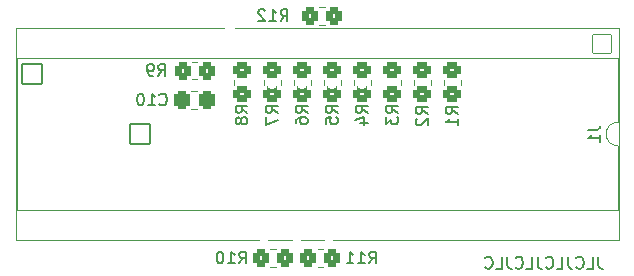
<source format=gbo>
G04 #@! TF.GenerationSoftware,KiCad,Pcbnew,6.0.10-86aedd382b~118~ubuntu18.04.1*
G04 #@! TF.CreationDate,2024-01-19T12:14:24+00:00*
G04 #@! TF.ProjectId,ReTuLaReMake,52655475-4c61-4526-954d-616b652e6b69,rev?*
G04 #@! TF.SameCoordinates,Original*
G04 #@! TF.FileFunction,Legend,Bot*
G04 #@! TF.FilePolarity,Positive*
%FSLAX46Y46*%
G04 Gerber Fmt 4.6, Leading zero omitted, Abs format (unit mm)*
G04 Created by KiCad (PCBNEW 6.0.10-86aedd382b~118~ubuntu18.04.1) date 2024-01-19 12:14:24*
%MOMM*%
%LPD*%
G01*
G04 APERTURE LIST*
G04 Aperture macros list*
%AMRoundRect*
0 Rectangle with rounded corners*
0 $1 Rounding radius*
0 $2 $3 $4 $5 $6 $7 $8 $9 X,Y pos of 4 corners*
0 Add a 4 corners polygon primitive as box body*
4,1,4,$2,$3,$4,$5,$6,$7,$8,$9,$2,$3,0*
0 Add four circle primitives for the rounded corners*
1,1,$1+$1,$2,$3*
1,1,$1+$1,$4,$5*
1,1,$1+$1,$6,$7*
1,1,$1+$1,$8,$9*
0 Add four rect primitives between the rounded corners*
20,1,$1+$1,$2,$3,$4,$5,0*
20,1,$1+$1,$4,$5,$6,$7,0*
20,1,$1+$1,$6,$7,$8,$9,0*
20,1,$1+$1,$8,$9,$2,$3,0*%
G04 Aperture macros list end*
%ADD10C,0.150000*%
%ADD11C,0.120000*%
%ADD12RoundRect,0.050000X-0.850000X-0.850000X0.850000X-0.850000X0.850000X0.850000X-0.850000X0.850000X0*%
%ADD13O,1.800000X1.800000*%
%ADD14RoundRect,0.300000X0.350000X0.450000X-0.350000X0.450000X-0.350000X-0.450000X0.350000X-0.450000X0*%
%ADD15RoundRect,0.300000X0.450000X-0.350000X0.450000X0.350000X-0.450000X0.350000X-0.450000X-0.350000X0*%
%ADD16RoundRect,0.300000X-0.337500X-0.475000X0.337500X-0.475000X0.337500X0.475000X-0.337500X0.475000X0*%
%ADD17RoundRect,0.300000X-0.350000X-0.450000X0.350000X-0.450000X0.350000X0.450000X-0.350000X0.450000X0*%
%ADD18RoundRect,0.050000X0.800000X-0.800000X0.800000X0.800000X-0.800000X0.800000X-0.800000X-0.800000X0*%
%ADD19O,1.700000X1.700000*%
%ADD20C,0.900000*%
G04 APERTURE END LIST*
D10*
X150799047Y-129772380D02*
X150799047Y-130486666D01*
X150846666Y-130629523D01*
X150941904Y-130724761D01*
X151084761Y-130772380D01*
X151180000Y-130772380D01*
X149846666Y-130772380D02*
X150322857Y-130772380D01*
X150322857Y-129772380D01*
X148941904Y-130677142D02*
X148989523Y-130724761D01*
X149132380Y-130772380D01*
X149227619Y-130772380D01*
X149370476Y-130724761D01*
X149465714Y-130629523D01*
X149513333Y-130534285D01*
X149560952Y-130343809D01*
X149560952Y-130200952D01*
X149513333Y-130010476D01*
X149465714Y-129915238D01*
X149370476Y-129820000D01*
X149227619Y-129772380D01*
X149132380Y-129772380D01*
X148989523Y-129820000D01*
X148941904Y-129867619D01*
X148227619Y-129772380D02*
X148227619Y-130486666D01*
X148275238Y-130629523D01*
X148370476Y-130724761D01*
X148513333Y-130772380D01*
X148608571Y-130772380D01*
X147275238Y-130772380D02*
X147751428Y-130772380D01*
X147751428Y-129772380D01*
X146370476Y-130677142D02*
X146418095Y-130724761D01*
X146560952Y-130772380D01*
X146656190Y-130772380D01*
X146799047Y-130724761D01*
X146894285Y-130629523D01*
X146941904Y-130534285D01*
X146989523Y-130343809D01*
X146989523Y-130200952D01*
X146941904Y-130010476D01*
X146894285Y-129915238D01*
X146799047Y-129820000D01*
X146656190Y-129772380D01*
X146560952Y-129772380D01*
X146418095Y-129820000D01*
X146370476Y-129867619D01*
X145656190Y-129772380D02*
X145656190Y-130486666D01*
X145703809Y-130629523D01*
X145799047Y-130724761D01*
X145941904Y-130772380D01*
X146037142Y-130772380D01*
X144703809Y-130772380D02*
X145180000Y-130772380D01*
X145180000Y-129772380D01*
X143799047Y-130677142D02*
X143846666Y-130724761D01*
X143989523Y-130772380D01*
X144084761Y-130772380D01*
X144227619Y-130724761D01*
X144322857Y-130629523D01*
X144370476Y-130534285D01*
X144418095Y-130343809D01*
X144418095Y-130200952D01*
X144370476Y-130010476D01*
X144322857Y-129915238D01*
X144227619Y-129820000D01*
X144084761Y-129772380D01*
X143989523Y-129772380D01*
X143846666Y-129820000D01*
X143799047Y-129867619D01*
X143084761Y-129772380D02*
X143084761Y-130486666D01*
X143132380Y-130629523D01*
X143227619Y-130724761D01*
X143370476Y-130772380D01*
X143465714Y-130772380D01*
X142132380Y-130772380D02*
X142608571Y-130772380D01*
X142608571Y-129772380D01*
X141227619Y-130677142D02*
X141275238Y-130724761D01*
X141418095Y-130772380D01*
X141513333Y-130772380D01*
X141656190Y-130724761D01*
X141751428Y-130629523D01*
X141799047Y-130534285D01*
X141846666Y-130343809D01*
X141846666Y-130200952D01*
X141799047Y-130010476D01*
X141751428Y-129915238D01*
X141656190Y-129820000D01*
X141513333Y-129772380D01*
X141418095Y-129772380D01*
X141275238Y-129820000D01*
X141227619Y-129867619D01*
X131392857Y-130332380D02*
X131726190Y-129856190D01*
X131964285Y-130332380D02*
X131964285Y-129332380D01*
X131583333Y-129332380D01*
X131488095Y-129380000D01*
X131440476Y-129427619D01*
X131392857Y-129522857D01*
X131392857Y-129665714D01*
X131440476Y-129760952D01*
X131488095Y-129808571D01*
X131583333Y-129856190D01*
X131964285Y-129856190D01*
X130440476Y-130332380D02*
X131011904Y-130332380D01*
X130726190Y-130332380D02*
X130726190Y-129332380D01*
X130821428Y-129475238D01*
X130916666Y-129570476D01*
X131011904Y-129618095D01*
X129488095Y-130332380D02*
X130059523Y-130332380D01*
X129773809Y-130332380D02*
X129773809Y-129332380D01*
X129869047Y-129475238D01*
X129964285Y-129570476D01*
X130059523Y-129618095D01*
X126182380Y-117593333D02*
X125706190Y-117260000D01*
X126182380Y-117021904D02*
X125182380Y-117021904D01*
X125182380Y-117402857D01*
X125230000Y-117498095D01*
X125277619Y-117545714D01*
X125372857Y-117593333D01*
X125515714Y-117593333D01*
X125610952Y-117545714D01*
X125658571Y-117498095D01*
X125706190Y-117402857D01*
X125706190Y-117021904D01*
X125182380Y-118450476D02*
X125182380Y-118260000D01*
X125230000Y-118164761D01*
X125277619Y-118117142D01*
X125420476Y-118021904D01*
X125610952Y-117974285D01*
X125991904Y-117974285D01*
X126087142Y-118021904D01*
X126134761Y-118069523D01*
X126182380Y-118164761D01*
X126182380Y-118355238D01*
X126134761Y-118450476D01*
X126087142Y-118498095D01*
X125991904Y-118545714D01*
X125753809Y-118545714D01*
X125658571Y-118498095D01*
X125610952Y-118450476D01*
X125563333Y-118355238D01*
X125563333Y-118164761D01*
X125610952Y-118069523D01*
X125658571Y-118021904D01*
X125753809Y-117974285D01*
X133832380Y-117593333D02*
X133356190Y-117260000D01*
X133832380Y-117021904D02*
X132832380Y-117021904D01*
X132832380Y-117402857D01*
X132880000Y-117498095D01*
X132927619Y-117545714D01*
X133022857Y-117593333D01*
X133165714Y-117593333D01*
X133260952Y-117545714D01*
X133308571Y-117498095D01*
X133356190Y-117402857D01*
X133356190Y-117021904D01*
X132832380Y-117926666D02*
X132832380Y-118545714D01*
X133213333Y-118212380D01*
X133213333Y-118355238D01*
X133260952Y-118450476D01*
X133308571Y-118498095D01*
X133403809Y-118545714D01*
X133641904Y-118545714D01*
X133737142Y-118498095D01*
X133784761Y-118450476D01*
X133832380Y-118355238D01*
X133832380Y-118069523D01*
X133784761Y-117974285D01*
X133737142Y-117926666D01*
X113642857Y-116867142D02*
X113690476Y-116914761D01*
X113833333Y-116962380D01*
X113928571Y-116962380D01*
X114071428Y-116914761D01*
X114166666Y-116819523D01*
X114214285Y-116724285D01*
X114261904Y-116533809D01*
X114261904Y-116390952D01*
X114214285Y-116200476D01*
X114166666Y-116105238D01*
X114071428Y-116010000D01*
X113928571Y-115962380D01*
X113833333Y-115962380D01*
X113690476Y-116010000D01*
X113642857Y-116057619D01*
X112690476Y-116962380D02*
X113261904Y-116962380D01*
X112976190Y-116962380D02*
X112976190Y-115962380D01*
X113071428Y-116105238D01*
X113166666Y-116200476D01*
X113261904Y-116248095D01*
X112071428Y-115962380D02*
X111976190Y-115962380D01*
X111880952Y-116010000D01*
X111833333Y-116057619D01*
X111785714Y-116152857D01*
X111738095Y-116343333D01*
X111738095Y-116581428D01*
X111785714Y-116771904D01*
X111833333Y-116867142D01*
X111880952Y-116914761D01*
X111976190Y-116962380D01*
X112071428Y-116962380D01*
X112166666Y-116914761D01*
X112214285Y-116867142D01*
X112261904Y-116771904D01*
X112309523Y-116581428D01*
X112309523Y-116343333D01*
X112261904Y-116152857D01*
X112214285Y-116057619D01*
X112166666Y-116010000D01*
X112071428Y-115962380D01*
X123642380Y-117593333D02*
X123166190Y-117260000D01*
X123642380Y-117021904D02*
X122642380Y-117021904D01*
X122642380Y-117402857D01*
X122690000Y-117498095D01*
X122737619Y-117545714D01*
X122832857Y-117593333D01*
X122975714Y-117593333D01*
X123070952Y-117545714D01*
X123118571Y-117498095D01*
X123166190Y-117402857D01*
X123166190Y-117021904D01*
X122642380Y-117926666D02*
X122642380Y-118593333D01*
X123642380Y-118164761D01*
X123892857Y-109832380D02*
X124226190Y-109356190D01*
X124464285Y-109832380D02*
X124464285Y-108832380D01*
X124083333Y-108832380D01*
X123988095Y-108880000D01*
X123940476Y-108927619D01*
X123892857Y-109022857D01*
X123892857Y-109165714D01*
X123940476Y-109260952D01*
X123988095Y-109308571D01*
X124083333Y-109356190D01*
X124464285Y-109356190D01*
X122940476Y-109832380D02*
X123511904Y-109832380D01*
X123226190Y-109832380D02*
X123226190Y-108832380D01*
X123321428Y-108975238D01*
X123416666Y-109070476D01*
X123511904Y-109118095D01*
X122559523Y-108927619D02*
X122511904Y-108880000D01*
X122416666Y-108832380D01*
X122178571Y-108832380D01*
X122083333Y-108880000D01*
X122035714Y-108927619D01*
X121988095Y-109022857D01*
X121988095Y-109118095D01*
X122035714Y-109260952D01*
X122607142Y-109832380D01*
X121988095Y-109832380D01*
X138882380Y-117689333D02*
X138406190Y-117356000D01*
X138882380Y-117117904D02*
X137882380Y-117117904D01*
X137882380Y-117498857D01*
X137930000Y-117594095D01*
X137977619Y-117641714D01*
X138072857Y-117689333D01*
X138215714Y-117689333D01*
X138310952Y-117641714D01*
X138358571Y-117594095D01*
X138406190Y-117498857D01*
X138406190Y-117117904D01*
X138882380Y-118641714D02*
X138882380Y-118070285D01*
X138882380Y-118356000D02*
X137882380Y-118356000D01*
X138025238Y-118260761D01*
X138120476Y-118165523D01*
X138168095Y-118070285D01*
X120392857Y-130332380D02*
X120726190Y-129856190D01*
X120964285Y-130332380D02*
X120964285Y-129332380D01*
X120583333Y-129332380D01*
X120488095Y-129380000D01*
X120440476Y-129427619D01*
X120392857Y-129522857D01*
X120392857Y-129665714D01*
X120440476Y-129760952D01*
X120488095Y-129808571D01*
X120583333Y-129856190D01*
X120964285Y-129856190D01*
X119440476Y-130332380D02*
X120011904Y-130332380D01*
X119726190Y-130332380D02*
X119726190Y-129332380D01*
X119821428Y-129475238D01*
X119916666Y-129570476D01*
X120011904Y-129618095D01*
X118821428Y-129332380D02*
X118726190Y-129332380D01*
X118630952Y-129380000D01*
X118583333Y-129427619D01*
X118535714Y-129522857D01*
X118488095Y-129713333D01*
X118488095Y-129951428D01*
X118535714Y-130141904D01*
X118583333Y-130237142D01*
X118630952Y-130284761D01*
X118726190Y-130332380D01*
X118821428Y-130332380D01*
X118916666Y-130284761D01*
X118964285Y-130237142D01*
X119011904Y-130141904D01*
X119059523Y-129951428D01*
X119059523Y-129713333D01*
X119011904Y-129522857D01*
X118964285Y-129427619D01*
X118916666Y-129380000D01*
X118821428Y-129332380D01*
X131262380Y-117593333D02*
X130786190Y-117260000D01*
X131262380Y-117021904D02*
X130262380Y-117021904D01*
X130262380Y-117402857D01*
X130310000Y-117498095D01*
X130357619Y-117545714D01*
X130452857Y-117593333D01*
X130595714Y-117593333D01*
X130690952Y-117545714D01*
X130738571Y-117498095D01*
X130786190Y-117402857D01*
X130786190Y-117021904D01*
X130595714Y-118450476D02*
X131262380Y-118450476D01*
X130214761Y-118212380D02*
X130929047Y-117974285D01*
X130929047Y-118593333D01*
X136342380Y-117689333D02*
X135866190Y-117356000D01*
X136342380Y-117117904D02*
X135342380Y-117117904D01*
X135342380Y-117498857D01*
X135390000Y-117594095D01*
X135437619Y-117641714D01*
X135532857Y-117689333D01*
X135675714Y-117689333D01*
X135770952Y-117641714D01*
X135818571Y-117594095D01*
X135866190Y-117498857D01*
X135866190Y-117117904D01*
X135437619Y-118070285D02*
X135390000Y-118117904D01*
X135342380Y-118213142D01*
X135342380Y-118451238D01*
X135390000Y-118546476D01*
X135437619Y-118594095D01*
X135532857Y-118641714D01*
X135628095Y-118641714D01*
X135770952Y-118594095D01*
X136342380Y-118022666D01*
X136342380Y-118641714D01*
X121082380Y-117593333D02*
X120606190Y-117260000D01*
X121082380Y-117021904D02*
X120082380Y-117021904D01*
X120082380Y-117402857D01*
X120130000Y-117498095D01*
X120177619Y-117545714D01*
X120272857Y-117593333D01*
X120415714Y-117593333D01*
X120510952Y-117545714D01*
X120558571Y-117498095D01*
X120606190Y-117402857D01*
X120606190Y-117021904D01*
X120510952Y-118164761D02*
X120463333Y-118069523D01*
X120415714Y-118021904D01*
X120320476Y-117974285D01*
X120272857Y-117974285D01*
X120177619Y-118021904D01*
X120130000Y-118069523D01*
X120082380Y-118164761D01*
X120082380Y-118355238D01*
X120130000Y-118450476D01*
X120177619Y-118498095D01*
X120272857Y-118545714D01*
X120320476Y-118545714D01*
X120415714Y-118498095D01*
X120463333Y-118450476D01*
X120510952Y-118355238D01*
X120510952Y-118164761D01*
X120558571Y-118069523D01*
X120606190Y-118021904D01*
X120701428Y-117974285D01*
X120891904Y-117974285D01*
X120987142Y-118021904D01*
X121034761Y-118069523D01*
X121082380Y-118164761D01*
X121082380Y-118355238D01*
X121034761Y-118450476D01*
X120987142Y-118498095D01*
X120891904Y-118545714D01*
X120701428Y-118545714D01*
X120606190Y-118498095D01*
X120558571Y-118450476D01*
X120510952Y-118355238D01*
X113546666Y-114462380D02*
X113880000Y-113986190D01*
X114118095Y-114462380D02*
X114118095Y-113462380D01*
X113737142Y-113462380D01*
X113641904Y-113510000D01*
X113594285Y-113557619D01*
X113546666Y-113652857D01*
X113546666Y-113795714D01*
X113594285Y-113890952D01*
X113641904Y-113938571D01*
X113737142Y-113986190D01*
X114118095Y-113986190D01*
X113070476Y-114462380D02*
X112880000Y-114462380D01*
X112784761Y-114414761D01*
X112737142Y-114367142D01*
X112641904Y-114224285D01*
X112594285Y-114033809D01*
X112594285Y-113652857D01*
X112641904Y-113557619D01*
X112689523Y-113510000D01*
X112784761Y-113462380D01*
X112975238Y-113462380D01*
X113070476Y-113510000D01*
X113118095Y-113557619D01*
X113165714Y-113652857D01*
X113165714Y-113890952D01*
X113118095Y-113986190D01*
X113070476Y-114033809D01*
X112975238Y-114081428D01*
X112784761Y-114081428D01*
X112689523Y-114033809D01*
X112641904Y-113986190D01*
X112594285Y-113890952D01*
X149947380Y-119046666D02*
X150661666Y-119046666D01*
X150804523Y-118999047D01*
X150899761Y-118903809D01*
X150947380Y-118760952D01*
X150947380Y-118665714D01*
X150947380Y-120046666D02*
X150947380Y-119475238D01*
X150947380Y-119760952D02*
X149947380Y-119760952D01*
X150090238Y-119665714D01*
X150185476Y-119570476D01*
X150233095Y-119475238D01*
X128722380Y-117593333D02*
X128246190Y-117260000D01*
X128722380Y-117021904D02*
X127722380Y-117021904D01*
X127722380Y-117402857D01*
X127770000Y-117498095D01*
X127817619Y-117545714D01*
X127912857Y-117593333D01*
X128055714Y-117593333D01*
X128150952Y-117545714D01*
X128198571Y-117498095D01*
X128246190Y-117402857D01*
X128246190Y-117021904D01*
X127722380Y-118498095D02*
X127722380Y-118021904D01*
X128198571Y-117974285D01*
X128150952Y-118021904D01*
X128103333Y-118117142D01*
X128103333Y-118355238D01*
X128150952Y-118450476D01*
X128198571Y-118498095D01*
X128293809Y-118545714D01*
X128531904Y-118545714D01*
X128627142Y-118498095D01*
X128674761Y-118450476D01*
X128722380Y-118355238D01*
X128722380Y-118117142D01*
X128674761Y-118021904D01*
X128627142Y-117974285D01*
D11*
X127477064Y-130615000D02*
X127022936Y-130615000D01*
X127477064Y-129145000D02*
X127022936Y-129145000D01*
X124995000Y-115227064D02*
X124995000Y-114772936D01*
X126465000Y-115227064D02*
X126465000Y-114772936D01*
X132615000Y-115227064D02*
X132615000Y-114772936D01*
X134085000Y-115227064D02*
X134085000Y-114772936D01*
X116331248Y-117245000D02*
X116853752Y-117245000D01*
X116331248Y-115775000D02*
X116853752Y-115775000D01*
X123925000Y-115227064D02*
X123925000Y-114772936D01*
X122455000Y-115227064D02*
X122455000Y-114772936D01*
X127172936Y-108645000D02*
X127627064Y-108645000D01*
X127172936Y-110115000D02*
X127627064Y-110115000D01*
X139165000Y-115227064D02*
X139165000Y-114772936D01*
X137695000Y-115227064D02*
X137695000Y-114772936D01*
X123477064Y-130615000D02*
X123022936Y-130615000D01*
X123477064Y-129145000D02*
X123022936Y-129145000D01*
X131545000Y-115227064D02*
X131545000Y-114772936D01*
X130075000Y-115227064D02*
X130075000Y-114772936D01*
X136625000Y-115227064D02*
X136625000Y-114772936D01*
X135155000Y-115227064D02*
X135155000Y-114772936D01*
X121385000Y-115227064D02*
X121385000Y-114772936D01*
X119915000Y-115227064D02*
X119915000Y-114772936D01*
X116857064Y-113275000D02*
X116402936Y-113275000D01*
X116857064Y-114745000D02*
X116402936Y-114745000D01*
X101480000Y-128330000D02*
X101480000Y-110430000D01*
X101480000Y-110430000D02*
X152520000Y-110430000D01*
X152460000Y-125840000D02*
X101540000Y-125840000D01*
X152460000Y-120380000D02*
X152460000Y-125840000D01*
X152520000Y-128330000D02*
X101480000Y-128330000D01*
X101540000Y-125840000D02*
X101540000Y-112920000D01*
X152460000Y-112920000D02*
X152460000Y-118380000D01*
X101540000Y-112920000D02*
X152460000Y-112920000D01*
X152520000Y-110430000D02*
X152520000Y-128330000D01*
X152460000Y-118380000D02*
G75*
G03*
X152460000Y-120380000I0J-1000000D01*
G01*
X129005000Y-115227064D02*
X129005000Y-114772936D01*
X127535000Y-115227064D02*
X127535000Y-114772936D01*
%LPC*%
D12*
X102870000Y-114300000D03*
D13*
X105410000Y-114300000D03*
X102870000Y-116840000D03*
X105410000Y-116840000D03*
X102870000Y-119380000D03*
X105410000Y-119380000D03*
X102870000Y-121920000D03*
X105410000Y-121920000D03*
X102870000Y-124460000D03*
X105410000Y-124460000D03*
D12*
X112000000Y-119380000D03*
D14*
X128250000Y-129880000D03*
X126250000Y-129880000D03*
D15*
X125730000Y-116000000D03*
X125730000Y-114000000D03*
X133350000Y-116000000D03*
X133350000Y-114000000D03*
D16*
X115555000Y-116510000D03*
X117630000Y-116510000D03*
D15*
X123190000Y-116000000D03*
X123190000Y-114000000D03*
D17*
X126400000Y-109380000D03*
X128400000Y-109380000D03*
D15*
X138430000Y-116000000D03*
X138430000Y-114000000D03*
D14*
X124250000Y-129880000D03*
X122250000Y-129880000D03*
D15*
X130810000Y-116000000D03*
X130810000Y-114000000D03*
X135890000Y-116000000D03*
X135890000Y-114000000D03*
X120650000Y-116000000D03*
X120650000Y-114000000D03*
D14*
X117630000Y-114010000D03*
X115630000Y-114010000D03*
D18*
X151130000Y-111760000D03*
D19*
X148590000Y-111760000D03*
X146050000Y-111760000D03*
X143510000Y-111760000D03*
X140970000Y-111760000D03*
X138430000Y-111760000D03*
X135890000Y-111760000D03*
X133350000Y-111760000D03*
X130810000Y-111760000D03*
X128270000Y-111760000D03*
X125730000Y-111760000D03*
X123190000Y-111760000D03*
X120650000Y-111760000D03*
X118110000Y-111760000D03*
X115570000Y-111760000D03*
X113030000Y-111760000D03*
X110490000Y-111760000D03*
X107950000Y-111760000D03*
X105410000Y-111760000D03*
X102870000Y-111760000D03*
X102870000Y-127000000D03*
X105410000Y-127000000D03*
X107950000Y-127000000D03*
X110490000Y-127000000D03*
X113030000Y-127000000D03*
X115570000Y-127000000D03*
X118110000Y-127000000D03*
X120650000Y-127000000D03*
X123190000Y-127000000D03*
X125730000Y-127000000D03*
X128270000Y-127000000D03*
X130810000Y-127000000D03*
X133350000Y-127000000D03*
X135890000Y-127000000D03*
X138430000Y-127000000D03*
X140970000Y-127000000D03*
X143510000Y-127000000D03*
X146050000Y-127000000D03*
X148590000Y-127000000D03*
X151130000Y-127000000D03*
D15*
X128270000Y-116000000D03*
X128270000Y-114000000D03*
D20*
X125250000Y-128630000D03*
X127000000Y-118872000D03*
X125476000Y-120396000D03*
X123952000Y-118872000D03*
X138500000Y-120605000D03*
X140250000Y-117880000D03*
X127000000Y-121920000D03*
X132800000Y-129380000D03*
X119600000Y-110380000D03*
X133000000Y-123630000D03*
X117000000Y-129380000D03*
X130048000Y-121920000D03*
X129800000Y-109380000D03*
X128524000Y-120396000D03*
X115712500Y-117917500D03*
X123952000Y-121920000D03*
X115750000Y-122917500D03*
X150495000Y-123825000D03*
X130048000Y-118872000D03*
X122250000Y-119880000D03*
X114500000Y-118880000D03*
X121500000Y-121630000D03*
X122250000Y-123380000D03*
X121500000Y-124968000D03*
X123190000Y-124968000D03*
X125730000Y-124968000D03*
X128270000Y-124968000D03*
X130810000Y-124968000D03*
X132500000Y-124880000D03*
X132880000Y-120880000D03*
X132130000Y-117380000D03*
X132539000Y-115189000D03*
X130810000Y-115189000D03*
X128270000Y-115189000D03*
X125730000Y-115189000D03*
X123190000Y-115189000D03*
X121500000Y-115150000D03*
X125250000Y-109380000D03*
X105410000Y-109855000D03*
X119634000Y-108458000D03*
X128000000Y-128630000D03*
X105285000Y-129665000D03*
X122500000Y-128630000D03*
X121880000Y-117880000D03*
M02*

</source>
